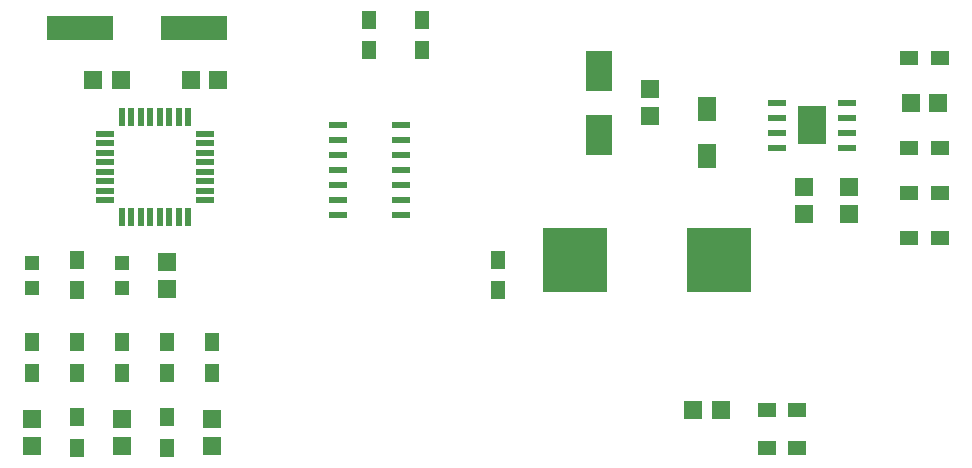
<source format=gtp>
G04 #@! TF.FileFunction,Paste,Top*
%FSLAX46Y46*%
G04 Gerber Fmt 4.6, Leading zero omitted, Abs format (unit mm)*
G04 Created by KiCad (PCBNEW 0.201507012246+5852~23~ubuntu14.04.1-product) date Sat 04 Jul 2015 06:56:47 PM CDT*
%MOMM*%
G01*
G04 APERTURE LIST*
%ADD10C,0.100000*%
%ADD11R,1.600000X2.000000*%
%ADD12R,1.498600X1.498600*%
%ADD13R,1.198880X1.198880*%
%ADD14R,0.550000X1.600000*%
%ADD15R,1.600000X0.550000*%
%ADD16R,5.400000X5.400000*%
%ADD17R,1.501140X1.198880*%
%ADD18R,1.198880X1.501140*%
%ADD19R,1.500000X0.600000*%
%ADD20R,5.600700X2.100580*%
%ADD21R,2.301240X3.500120*%
%ADD22R,2.413000X3.302000*%
%ADD23R,1.500000X0.500000*%
G04 APERTURE END LIST*
D10*
D11*
X127635000Y-123285000D03*
X127635000Y-119285000D03*
D12*
X144899380Y-118745000D03*
X147200620Y-118745000D03*
X122809000Y-119895620D03*
X122809000Y-117594380D03*
X135890000Y-125849380D03*
X135890000Y-128150620D03*
X139700000Y-125849380D03*
X139700000Y-128150620D03*
X81915000Y-132199380D03*
X81915000Y-134500620D03*
X70485000Y-145534380D03*
X70485000Y-147835620D03*
X78105000Y-147835620D03*
X78105000Y-145534380D03*
X86240620Y-116840000D03*
X83939380Y-116840000D03*
X75684380Y-116840000D03*
X77985620Y-116840000D03*
D13*
X78105000Y-132300980D03*
X78105000Y-134399020D03*
X70485000Y-132300980D03*
X70485000Y-134399020D03*
D14*
X83699000Y-119956000D03*
X82899000Y-119956000D03*
X82099000Y-119956000D03*
X81299000Y-119956000D03*
X80499000Y-119956000D03*
X79699000Y-119956000D03*
X78899000Y-119956000D03*
X78099000Y-119956000D03*
D15*
X76649000Y-121406000D03*
X76649000Y-122206000D03*
X76649000Y-123006000D03*
X76649000Y-123806000D03*
X76649000Y-124606000D03*
X76649000Y-125406000D03*
X76649000Y-126206000D03*
X76649000Y-127006000D03*
D14*
X78099000Y-128456000D03*
X78899000Y-128456000D03*
X79699000Y-128456000D03*
X80499000Y-128456000D03*
X81299000Y-128456000D03*
X82099000Y-128456000D03*
X82899000Y-128456000D03*
X83699000Y-128456000D03*
D15*
X85149000Y-127006000D03*
X85149000Y-126206000D03*
X85149000Y-125406000D03*
X85149000Y-124606000D03*
X85149000Y-123806000D03*
X85149000Y-123006000D03*
X85149000Y-122206000D03*
X85149000Y-121406000D03*
D16*
X116455000Y-132080000D03*
X128655000Y-132080000D03*
D17*
X147350480Y-126365000D03*
X144749520Y-126365000D03*
X147350480Y-122555000D03*
X144749520Y-122555000D03*
X144749520Y-114935000D03*
X147350480Y-114935000D03*
X147350480Y-130175000D03*
X144749520Y-130175000D03*
D18*
X85725000Y-141635480D03*
X85725000Y-139034520D03*
X74295000Y-141635480D03*
X74295000Y-139034520D03*
X78105000Y-141635480D03*
X78105000Y-139034520D03*
X81915000Y-141635480D03*
X81915000Y-139034520D03*
X74295000Y-145384520D03*
X74295000Y-147985480D03*
X74295000Y-132049520D03*
X74295000Y-134650480D03*
X70485000Y-141635480D03*
X70485000Y-139034520D03*
X81915000Y-145384520D03*
X81915000Y-147985480D03*
X103505000Y-114330480D03*
X103505000Y-111729520D03*
X99060000Y-111729520D03*
X99060000Y-114330480D03*
D19*
X96360000Y-120650000D03*
X96360000Y-121920000D03*
X96360000Y-123190000D03*
X96360000Y-124460000D03*
X96360000Y-125730000D03*
X96360000Y-127000000D03*
X96360000Y-128270000D03*
X101760000Y-128270000D03*
X101760000Y-127000000D03*
X101760000Y-125730000D03*
X101760000Y-124460000D03*
X101760000Y-123190000D03*
X101760000Y-121920000D03*
X101760000Y-120650000D03*
D20*
X84223860Y-112395000D03*
X74526140Y-112395000D03*
D21*
X118491000Y-116044980D03*
X118491000Y-121445020D03*
D22*
X136525000Y-120650000D03*
D23*
X133525000Y-118745000D03*
X133525000Y-120015000D03*
X133525000Y-121285000D03*
X133525000Y-122555000D03*
X139525000Y-118745000D03*
X139525000Y-120015000D03*
X139525000Y-121285000D03*
X139525000Y-122555000D03*
D12*
X128785620Y-144780000D03*
X126484380Y-144780000D03*
D17*
X135285480Y-144780000D03*
X132684520Y-144780000D03*
X132684520Y-147955000D03*
X135285480Y-147955000D03*
D18*
X109982000Y-134650480D03*
X109982000Y-132049520D03*
D12*
X85725000Y-147835620D03*
X85725000Y-145534380D03*
M02*

</source>
